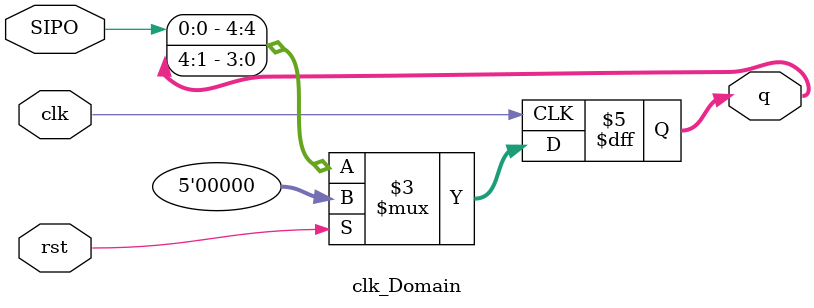
<source format=v>
module clk_Domain(clk,SIPO,rst,q);
  input clk,rst;
  input SIPO;
  output reg [4:0]q;
 
  always @ (posedge clk)
    begin
      if(rst)
        q <= 0;
        else 
        q <= {SIPO,q[4:1]};
    end 
endmodule
</source>
